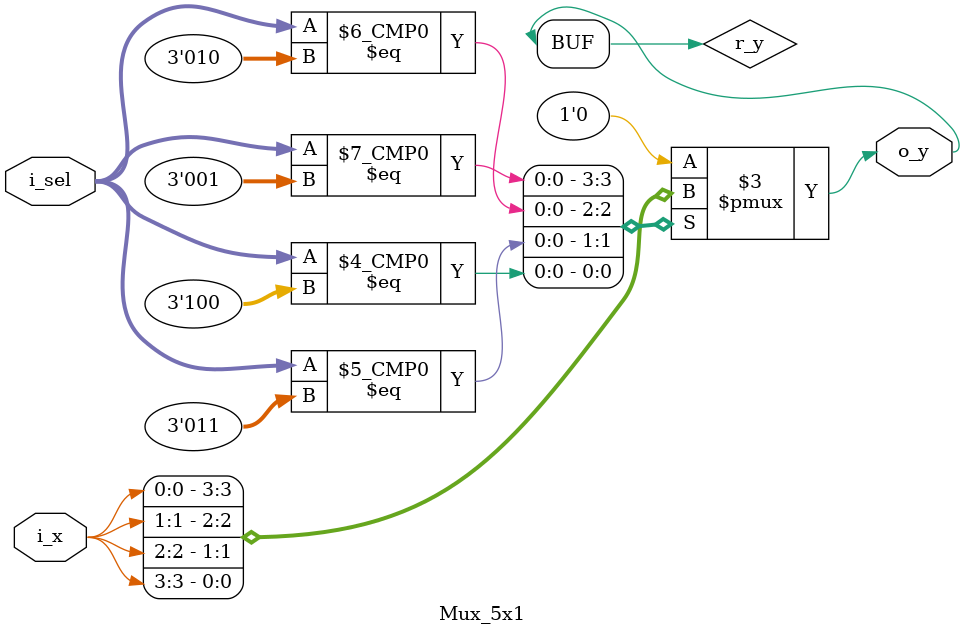
<source format=v>
`timescale 1ns / 1ps

module Mux_5x1(
    input [3:0] i_x,
    input [2:0] i_sel,

    output o_y
    );

    reg r_y;

    assign o_y = r_y;

    always @(*) begin
        case (i_sel)
            3'd0 : r_y <= 1'b0;
            3'd1 : r_y <= i_x[0];
            3'd2 : r_y <= i_x[1];
            3'd3 : r_y <= i_x[2];
            3'd4 : r_y <= i_x[3];
            default : r_y <= 1'b0;
        endcase
    end
endmodule

</source>
